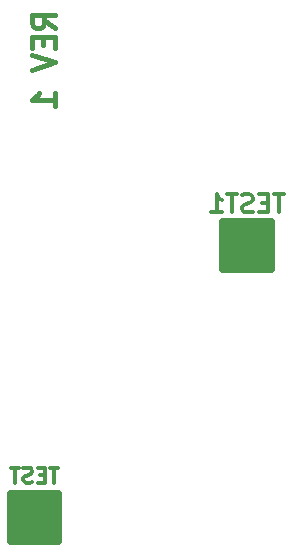
<source format=gbr>
G04 #@! TF.GenerationSoftware,KiCad,Pcbnew,(5.0.2)-1*
G04 #@! TF.CreationDate,2019-03-16T18:49:51-04:00*
G04 #@! TF.ProjectId,ESP32-Hub,45535033-322d-4487-9562-2e6b69636164,2*
G04 #@! TF.SameCoordinates,Original*
G04 #@! TF.FileFunction,Legend,Bot*
G04 #@! TF.FilePolarity,Positive*
%FSLAX46Y46*%
G04 Gerber Fmt 4.6, Leading zero omitted, Abs format (unit mm)*
G04 Created by KiCad (PCBNEW (5.0.2)-1) date 3/16/2019 6:49:51 PM*
%MOMM*%
%LPD*%
G01*
G04 APERTURE LIST*
%ADD10C,0.381000*%
%ADD11C,0.650000*%
%ADD12C,0.317500*%
%ADD13C,0.304800*%
G04 APERTURE END LIST*
D10*
X102715785Y-46554571D02*
X101808642Y-45919571D01*
X102715785Y-45466000D02*
X100810785Y-45466000D01*
X100810785Y-46191714D01*
X100901500Y-46373142D01*
X100992214Y-46463857D01*
X101173642Y-46554571D01*
X101445785Y-46554571D01*
X101627214Y-46463857D01*
X101717928Y-46373142D01*
X101808642Y-46191714D01*
X101808642Y-45466000D01*
X101717928Y-47371000D02*
X101717928Y-48006000D01*
X102715785Y-48278142D02*
X102715785Y-47371000D01*
X100810785Y-47371000D01*
X100810785Y-48278142D01*
X100810785Y-48822428D02*
X102715785Y-49457428D01*
X100810785Y-50092428D01*
X102715785Y-53176714D02*
X102715785Y-52088142D01*
X102715785Y-52632428D02*
X100810785Y-52632428D01*
X101082928Y-52451000D01*
X101264357Y-52269571D01*
X101355071Y-52088142D01*
D11*
G04 #@! TO.C,TEST*
X99000000Y-86000000D02*
X103000000Y-86000000D01*
X103000000Y-86000000D02*
X103000000Y-90000000D01*
X103000000Y-90000000D02*
X99000000Y-90000000D01*
X99000000Y-90000000D02*
X99000000Y-86000000D01*
X99000000Y-86000000D02*
X99000000Y-86500000D01*
X99000000Y-86500000D02*
X103000000Y-86500000D01*
X103000000Y-86500000D02*
X103000000Y-87000000D01*
X103000000Y-87000000D02*
X99000000Y-87000000D01*
X99000000Y-87000000D02*
X99000000Y-87500000D01*
X99000000Y-87500000D02*
X103000000Y-87500000D01*
X103000000Y-87500000D02*
X103000000Y-88000000D01*
X103000000Y-88000000D02*
X99000000Y-88000000D01*
X99000000Y-88000000D02*
X99000000Y-88500000D01*
X99000000Y-88500000D02*
X102500000Y-88500000D01*
X102500000Y-88500000D02*
X103000000Y-88500000D01*
X103000000Y-88500000D02*
X103000000Y-89000000D01*
X103000000Y-89000000D02*
X99000000Y-89000000D01*
X99000000Y-89000000D02*
X99000000Y-89500000D01*
X99000000Y-89500000D02*
X103000000Y-89500000D01*
G04 #@! TO.C,TEST1*
X117000000Y-63000000D02*
X121000000Y-63000000D01*
X121000000Y-63000000D02*
X121000000Y-67000000D01*
X121000000Y-67000000D02*
X117000000Y-67000000D01*
X117000000Y-67000000D02*
X117000000Y-63000000D01*
X117000000Y-63000000D02*
X117000000Y-63500000D01*
X117000000Y-63500000D02*
X121000000Y-63500000D01*
X121000000Y-63500000D02*
X121000000Y-64000000D01*
X121000000Y-64000000D02*
X117000000Y-64000000D01*
X117000000Y-64000000D02*
X117000000Y-64500000D01*
X117000000Y-64500000D02*
X121000000Y-64500000D01*
X121000000Y-64500000D02*
X121000000Y-65000000D01*
X121000000Y-65000000D02*
X117000000Y-65000000D01*
X117000000Y-65000000D02*
X117000000Y-65500000D01*
X117000000Y-65500000D02*
X120500000Y-65500000D01*
X120500000Y-65500000D02*
X121000000Y-65500000D01*
X121000000Y-65500000D02*
X121000000Y-66000000D01*
X121000000Y-66000000D02*
X117000000Y-66000000D01*
X117000000Y-66000000D02*
X117000000Y-66500000D01*
X117000000Y-66500000D02*
X121000000Y-66500000D01*
G04 #@! TO.C,TEST*
D12*
X103025952Y-83804523D02*
X102300238Y-83804523D01*
X102663095Y-85074523D02*
X102663095Y-83804523D01*
X101876904Y-84409285D02*
X101453571Y-84409285D01*
X101272142Y-85074523D02*
X101876904Y-85074523D01*
X101876904Y-83804523D01*
X101272142Y-83804523D01*
X100788333Y-85014047D02*
X100606904Y-85074523D01*
X100304523Y-85074523D01*
X100183571Y-85014047D01*
X100123095Y-84953571D01*
X100062619Y-84832619D01*
X100062619Y-84711666D01*
X100123095Y-84590714D01*
X100183571Y-84530238D01*
X100304523Y-84469761D01*
X100546428Y-84409285D01*
X100667380Y-84348809D01*
X100727857Y-84288333D01*
X100788333Y-84167380D01*
X100788333Y-84046428D01*
X100727857Y-83925476D01*
X100667380Y-83865000D01*
X100546428Y-83804523D01*
X100244047Y-83804523D01*
X100062619Y-83865000D01*
X99699761Y-83804523D02*
X98974047Y-83804523D01*
X99336904Y-85074523D02*
X99336904Y-83804523D01*
G04 #@! TO.C,TEST1*
D13*
X122156857Y-60665428D02*
X121286000Y-60665428D01*
X121721428Y-62189428D02*
X121721428Y-60665428D01*
X120778000Y-61391142D02*
X120270000Y-61391142D01*
X120052285Y-62189428D02*
X120778000Y-62189428D01*
X120778000Y-60665428D01*
X120052285Y-60665428D01*
X119471714Y-62116857D02*
X119254000Y-62189428D01*
X118891142Y-62189428D01*
X118746000Y-62116857D01*
X118673428Y-62044285D01*
X118600857Y-61899142D01*
X118600857Y-61754000D01*
X118673428Y-61608857D01*
X118746000Y-61536285D01*
X118891142Y-61463714D01*
X119181428Y-61391142D01*
X119326571Y-61318571D01*
X119399142Y-61246000D01*
X119471714Y-61100857D01*
X119471714Y-60955714D01*
X119399142Y-60810571D01*
X119326571Y-60738000D01*
X119181428Y-60665428D01*
X118818571Y-60665428D01*
X118600857Y-60738000D01*
X118165428Y-60665428D02*
X117294571Y-60665428D01*
X117730000Y-62189428D02*
X117730000Y-60665428D01*
X115988285Y-62189428D02*
X116859142Y-62189428D01*
X116423714Y-62189428D02*
X116423714Y-60665428D01*
X116568857Y-60883142D01*
X116714000Y-61028285D01*
X116859142Y-61100857D01*
G04 #@! TD*
M02*

</source>
